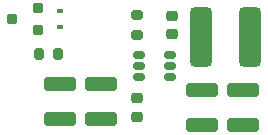
<source format=gbr>
G04 #@! TF.GenerationSoftware,KiCad,Pcbnew,8.0.8*
G04 #@! TF.CreationDate,2026-01-04T09:20:55-05:00*
G04 #@! TF.ProjectId,project-hw-60v-dcdc,70726f6a-6563-4742-9d68-772d3630762d,rev?*
G04 #@! TF.SameCoordinates,Original*
G04 #@! TF.FileFunction,Paste,Top*
G04 #@! TF.FilePolarity,Positive*
%FSLAX46Y46*%
G04 Gerber Fmt 4.6, Leading zero omitted, Abs format (unit mm)*
G04 Created by KiCad (PCBNEW 8.0.8) date 2026-01-04 09:20:55*
%MOMM*%
%LPD*%
G01*
G04 APERTURE LIST*
G04 Aperture macros list*
%AMRoundRect*
0 Rectangle with rounded corners*
0 $1 Rounding radius*
0 $2 $3 $4 $5 $6 $7 $8 $9 X,Y pos of 4 corners*
0 Add a 4 corners polygon primitive as box body*
4,1,4,$2,$3,$4,$5,$6,$7,$8,$9,$2,$3,0*
0 Add four circle primitives for the rounded corners*
1,1,$1+$1,$2,$3*
1,1,$1+$1,$4,$5*
1,1,$1+$1,$6,$7*
1,1,$1+$1,$8,$9*
0 Add four rect primitives between the rounded corners*
20,1,$1+$1,$2,$3,$4,$5,0*
20,1,$1+$1,$4,$5,$6,$7,0*
20,1,$1+$1,$6,$7,$8,$9,0*
20,1,$1+$1,$8,$9,$2,$3,0*%
G04 Aperture macros list end*
%ADD10RoundRect,0.250000X-1.100000X0.325000X-1.100000X-0.325000X1.100000X-0.325000X1.100000X0.325000X0*%
%ADD11RoundRect,0.225000X0.250000X-0.225000X0.250000X0.225000X-0.250000X0.225000X-0.250000X-0.225000X0*%
%ADD12RoundRect,0.150000X-0.375000X-0.150000X0.375000X-0.150000X0.375000X0.150000X-0.375000X0.150000X0*%
%ADD13RoundRect,0.100000X0.150000X-0.100000X0.150000X0.100000X-0.150000X0.100000X-0.150000X-0.100000X0*%
%ADD14RoundRect,0.200000X0.275000X-0.200000X0.275000X0.200000X-0.275000X0.200000X-0.275000X-0.200000X0*%
%ADD15RoundRect,0.475000X-0.475000X-2.075000X0.475000X-2.075000X0.475000X2.075000X-0.475000X2.075000X0*%
%ADD16RoundRect,0.200000X0.250000X0.200000X-0.250000X0.200000X-0.250000X-0.200000X0.250000X-0.200000X0*%
%ADD17RoundRect,0.200000X-0.200000X-0.275000X0.200000X-0.275000X0.200000X0.275000X-0.200000X0.275000X0*%
%ADD18RoundRect,0.225000X-0.250000X0.225000X-0.250000X-0.225000X0.250000X-0.225000X0.250000X0.225000X0*%
G04 APERTURE END LIST*
D10*
X52000000Y-31025000D03*
X52000000Y-33975000D03*
D11*
X49500000Y-26275000D03*
X49500000Y-24725000D03*
D10*
X43500000Y-30525000D03*
X43500000Y-33475000D03*
D12*
X46700000Y-28050000D03*
X46700000Y-29000000D03*
X46700000Y-29950000D03*
X49300000Y-29950000D03*
X49300000Y-29000000D03*
X49300000Y-28050000D03*
D10*
X55500000Y-31025000D03*
X55500000Y-33975000D03*
D13*
X40000000Y-24300000D03*
X40000000Y-25700000D03*
D14*
X46500000Y-26325000D03*
X46500000Y-24675000D03*
D15*
X51900000Y-26500000D03*
X56100000Y-26500000D03*
D16*
X38100000Y-25950000D03*
X38100000Y-24050000D03*
X35900000Y-25000000D03*
D17*
X38175000Y-28000000D03*
X39825000Y-28000000D03*
D18*
X46500000Y-31725000D03*
X46500000Y-33275000D03*
D10*
X40000000Y-30525000D03*
X40000000Y-33475000D03*
M02*

</source>
